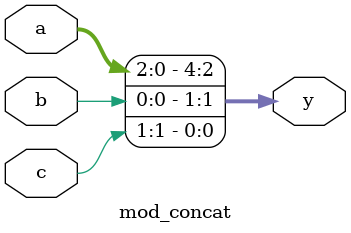
<source format=v>
`timescale 1ns / 1ps
module mod_concat(
output [4:0] y,
input [2:0]a,b,c
    );
assign y = {a, b[0], c[1]};
endmodule

</source>
